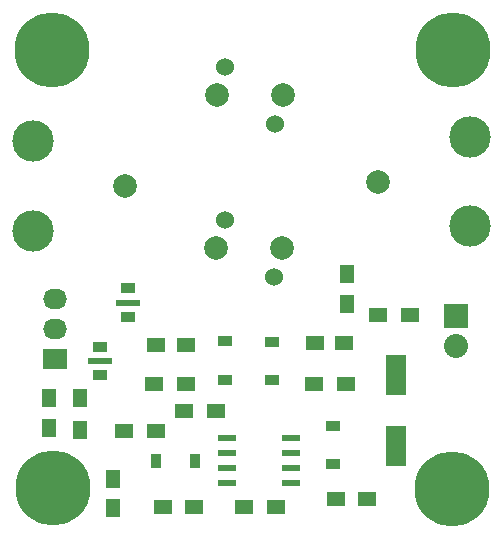
<source format=gts>
%FSLAX46Y46*%
G04 Gerber Fmt 4.6, Leading zero omitted, Abs format (unit mm)*
G04 Created by KiCad (PCBNEW (2014-10-27 BZR 5228)-product) date 15/05/2015 07:51:36*
%MOMM*%
G01*
G04 APERTURE LIST*
%ADD10C,0.100000*%
%ADD11R,1.250000X1.500000*%
%ADD12R,2.032000X2.032000*%
%ADD13O,2.032000X2.032000*%
%ADD14R,1.300000X1.500000*%
%ADD15R,1.500000X1.300000*%
%ADD16C,6.350000*%
%ADD17R,0.910000X1.220000*%
%ADD18R,1.220000X0.910000*%
%ADD19R,1.249680X0.899160*%
%ADD20R,1.998980X0.500380*%
%ADD21R,1.800860X3.500120*%
%ADD22R,1.500000X1.250000*%
%ADD23R,2.032000X1.727200*%
%ADD24O,2.032000X1.727200*%
%ADD25C,3.500000*%
%ADD26C,2.000000*%
%ADD27C,1.998980*%
%ADD28C,1.524000*%
%ADD29R,1.550000X0.600000*%
G04 APERTURE END LIST*
D10*
D11*
X125800000Y-133400000D03*
X125800000Y-135900000D03*
D12*
X160250000Y-126400000D03*
D13*
X160250000Y-128940000D03*
D14*
X128400000Y-133350000D03*
X128400000Y-136050000D03*
D15*
X132150000Y-136150000D03*
X134850000Y-136150000D03*
X138100000Y-142600000D03*
X135400000Y-142600000D03*
X139900000Y-134500000D03*
X137200000Y-134500000D03*
X142300000Y-142600000D03*
X145000000Y-142600000D03*
X150050000Y-141950000D03*
X152750000Y-141950000D03*
X148250000Y-132150000D03*
X150950000Y-132150000D03*
X134700000Y-132150000D03*
X137400000Y-132150000D03*
D16*
X126100000Y-141000000D03*
X159900000Y-141050000D03*
D17*
X134865000Y-138750000D03*
X138135000Y-138750000D03*
D18*
X149800000Y-135715000D03*
X149800000Y-138985000D03*
D15*
X156350000Y-126350000D03*
X153650000Y-126350000D03*
D19*
X132450000Y-124101120D03*
X132450000Y-126498880D03*
D20*
X132450000Y-125300000D03*
D21*
X155150000Y-137399740D03*
X155150000Y-131400260D03*
D11*
X131200000Y-140200000D03*
X131200000Y-142700000D03*
X151000000Y-125400000D03*
X151000000Y-122900000D03*
D22*
X148300000Y-128750000D03*
X150800000Y-128750000D03*
X134850000Y-128850000D03*
X137350000Y-128850000D03*
D18*
X144650000Y-128615000D03*
X144650000Y-131885000D03*
X140650000Y-128565000D03*
X140650000Y-131835000D03*
D23*
X126250000Y-130050000D03*
D24*
X126250000Y-127510000D03*
X126250000Y-124970000D03*
D25*
X124400000Y-111650000D03*
X124400000Y-119250000D03*
D26*
X132200000Y-115450000D03*
D25*
X161450000Y-118850000D03*
X161450000Y-111250000D03*
D26*
X153650000Y-115050000D03*
D27*
X145542000Y-120696000D03*
X139954000Y-120696000D03*
D28*
X140650000Y-118300000D03*
X144850000Y-123100000D03*
D27*
X140008000Y-107754000D03*
X145596000Y-107754000D03*
D28*
X144900000Y-110150000D03*
X140700000Y-105350000D03*
D29*
X140850000Y-136795000D03*
X140850000Y-138065000D03*
X140850000Y-139335000D03*
X140850000Y-140605000D03*
X146250000Y-140605000D03*
X146250000Y-139335000D03*
X146250000Y-138065000D03*
X146250000Y-136795000D03*
D19*
X130100000Y-129051120D03*
X130100000Y-131448880D03*
D20*
X130100000Y-130250000D03*
D16*
X159950000Y-103900000D03*
X126050000Y-103900000D03*
M02*

</source>
